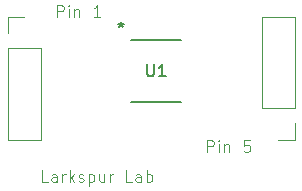
<source format=gbr>
%TF.GenerationSoftware,KiCad,Pcbnew,9.0.1*%
%TF.CreationDate,2025-07-19T07:10:27-04:00*%
%TF.ProjectId,MX25V5126FM1I,4d583235-5635-4313-9236-464d31492e6b,rev?*%
%TF.SameCoordinates,Original*%
%TF.FileFunction,Legend,Top*%
%TF.FilePolarity,Positive*%
%FSLAX46Y46*%
G04 Gerber Fmt 4.6, Leading zero omitted, Abs format (unit mm)*
G04 Created by KiCad (PCBNEW 9.0.1) date 2025-07-19 07:10:27*
%MOMM*%
%LPD*%
G01*
G04 APERTURE LIST*
%ADD10C,0.100000*%
%ADD11C,0.150000*%
%ADD12C,0.152400*%
%ADD13C,0.120000*%
G04 APERTURE END LIST*
D10*
X144290074Y-97662419D02*
X143813884Y-97662419D01*
X143813884Y-97662419D02*
X143813884Y-96662419D01*
X145051979Y-97662419D02*
X145051979Y-97138609D01*
X145051979Y-97138609D02*
X145004360Y-97043371D01*
X145004360Y-97043371D02*
X144909122Y-96995752D01*
X144909122Y-96995752D02*
X144718646Y-96995752D01*
X144718646Y-96995752D02*
X144623408Y-97043371D01*
X145051979Y-97614800D02*
X144956741Y-97662419D01*
X144956741Y-97662419D02*
X144718646Y-97662419D01*
X144718646Y-97662419D02*
X144623408Y-97614800D01*
X144623408Y-97614800D02*
X144575789Y-97519561D01*
X144575789Y-97519561D02*
X144575789Y-97424323D01*
X144575789Y-97424323D02*
X144623408Y-97329085D01*
X144623408Y-97329085D02*
X144718646Y-97281466D01*
X144718646Y-97281466D02*
X144956741Y-97281466D01*
X144956741Y-97281466D02*
X145051979Y-97233847D01*
X145528170Y-97662419D02*
X145528170Y-96995752D01*
X145528170Y-97186228D02*
X145575789Y-97090990D01*
X145575789Y-97090990D02*
X145623408Y-97043371D01*
X145623408Y-97043371D02*
X145718646Y-96995752D01*
X145718646Y-96995752D02*
X145813884Y-96995752D01*
X146147218Y-97662419D02*
X146147218Y-96662419D01*
X146242456Y-97281466D02*
X146528170Y-97662419D01*
X146528170Y-96995752D02*
X146147218Y-97376704D01*
X146909123Y-97614800D02*
X147004361Y-97662419D01*
X147004361Y-97662419D02*
X147194837Y-97662419D01*
X147194837Y-97662419D02*
X147290075Y-97614800D01*
X147290075Y-97614800D02*
X147337694Y-97519561D01*
X147337694Y-97519561D02*
X147337694Y-97471942D01*
X147337694Y-97471942D02*
X147290075Y-97376704D01*
X147290075Y-97376704D02*
X147194837Y-97329085D01*
X147194837Y-97329085D02*
X147051980Y-97329085D01*
X147051980Y-97329085D02*
X146956742Y-97281466D01*
X146956742Y-97281466D02*
X146909123Y-97186228D01*
X146909123Y-97186228D02*
X146909123Y-97138609D01*
X146909123Y-97138609D02*
X146956742Y-97043371D01*
X146956742Y-97043371D02*
X147051980Y-96995752D01*
X147051980Y-96995752D02*
X147194837Y-96995752D01*
X147194837Y-96995752D02*
X147290075Y-97043371D01*
X147766266Y-96995752D02*
X147766266Y-97995752D01*
X147766266Y-97043371D02*
X147861504Y-96995752D01*
X147861504Y-96995752D02*
X148051980Y-96995752D01*
X148051980Y-96995752D02*
X148147218Y-97043371D01*
X148147218Y-97043371D02*
X148194837Y-97090990D01*
X148194837Y-97090990D02*
X148242456Y-97186228D01*
X148242456Y-97186228D02*
X148242456Y-97471942D01*
X148242456Y-97471942D02*
X148194837Y-97567180D01*
X148194837Y-97567180D02*
X148147218Y-97614800D01*
X148147218Y-97614800D02*
X148051980Y-97662419D01*
X148051980Y-97662419D02*
X147861504Y-97662419D01*
X147861504Y-97662419D02*
X147766266Y-97614800D01*
X149099599Y-96995752D02*
X149099599Y-97662419D01*
X148671028Y-96995752D02*
X148671028Y-97519561D01*
X148671028Y-97519561D02*
X148718647Y-97614800D01*
X148718647Y-97614800D02*
X148813885Y-97662419D01*
X148813885Y-97662419D02*
X148956742Y-97662419D01*
X148956742Y-97662419D02*
X149051980Y-97614800D01*
X149051980Y-97614800D02*
X149099599Y-97567180D01*
X149575790Y-97662419D02*
X149575790Y-96995752D01*
X149575790Y-97186228D02*
X149623409Y-97090990D01*
X149623409Y-97090990D02*
X149671028Y-97043371D01*
X149671028Y-97043371D02*
X149766266Y-96995752D01*
X149766266Y-96995752D02*
X149861504Y-96995752D01*
X151432933Y-97662419D02*
X150956743Y-97662419D01*
X150956743Y-97662419D02*
X150956743Y-96662419D01*
X152194838Y-97662419D02*
X152194838Y-97138609D01*
X152194838Y-97138609D02*
X152147219Y-97043371D01*
X152147219Y-97043371D02*
X152051981Y-96995752D01*
X152051981Y-96995752D02*
X151861505Y-96995752D01*
X151861505Y-96995752D02*
X151766267Y-97043371D01*
X152194838Y-97614800D02*
X152099600Y-97662419D01*
X152099600Y-97662419D02*
X151861505Y-97662419D01*
X151861505Y-97662419D02*
X151766267Y-97614800D01*
X151766267Y-97614800D02*
X151718648Y-97519561D01*
X151718648Y-97519561D02*
X151718648Y-97424323D01*
X151718648Y-97424323D02*
X151766267Y-97329085D01*
X151766267Y-97329085D02*
X151861505Y-97281466D01*
X151861505Y-97281466D02*
X152099600Y-97281466D01*
X152099600Y-97281466D02*
X152194838Y-97233847D01*
X152671029Y-97662419D02*
X152671029Y-96662419D01*
X152671029Y-97043371D02*
X152766267Y-96995752D01*
X152766267Y-96995752D02*
X152956743Y-96995752D01*
X152956743Y-96995752D02*
X153051981Y-97043371D01*
X153051981Y-97043371D02*
X153099600Y-97090990D01*
X153099600Y-97090990D02*
X153147219Y-97186228D01*
X153147219Y-97186228D02*
X153147219Y-97471942D01*
X153147219Y-97471942D02*
X153099600Y-97567180D01*
X153099600Y-97567180D02*
X153051981Y-97614800D01*
X153051981Y-97614800D02*
X152956743Y-97662419D01*
X152956743Y-97662419D02*
X152766267Y-97662419D01*
X152766267Y-97662419D02*
X152671029Y-97614800D01*
X157783884Y-95122419D02*
X157783884Y-94122419D01*
X157783884Y-94122419D02*
X158164836Y-94122419D01*
X158164836Y-94122419D02*
X158260074Y-94170038D01*
X158260074Y-94170038D02*
X158307693Y-94217657D01*
X158307693Y-94217657D02*
X158355312Y-94312895D01*
X158355312Y-94312895D02*
X158355312Y-94455752D01*
X158355312Y-94455752D02*
X158307693Y-94550990D01*
X158307693Y-94550990D02*
X158260074Y-94598609D01*
X158260074Y-94598609D02*
X158164836Y-94646228D01*
X158164836Y-94646228D02*
X157783884Y-94646228D01*
X158783884Y-95122419D02*
X158783884Y-94455752D01*
X158783884Y-94122419D02*
X158736265Y-94170038D01*
X158736265Y-94170038D02*
X158783884Y-94217657D01*
X158783884Y-94217657D02*
X158831503Y-94170038D01*
X158831503Y-94170038D02*
X158783884Y-94122419D01*
X158783884Y-94122419D02*
X158783884Y-94217657D01*
X159260074Y-94455752D02*
X159260074Y-95122419D01*
X159260074Y-94550990D02*
X159307693Y-94503371D01*
X159307693Y-94503371D02*
X159402931Y-94455752D01*
X159402931Y-94455752D02*
X159545788Y-94455752D01*
X159545788Y-94455752D02*
X159641026Y-94503371D01*
X159641026Y-94503371D02*
X159688645Y-94598609D01*
X159688645Y-94598609D02*
X159688645Y-95122419D01*
X161402931Y-94122419D02*
X160926741Y-94122419D01*
X160926741Y-94122419D02*
X160879122Y-94598609D01*
X160879122Y-94598609D02*
X160926741Y-94550990D01*
X160926741Y-94550990D02*
X161021979Y-94503371D01*
X161021979Y-94503371D02*
X161260074Y-94503371D01*
X161260074Y-94503371D02*
X161355312Y-94550990D01*
X161355312Y-94550990D02*
X161402931Y-94598609D01*
X161402931Y-94598609D02*
X161450550Y-94693847D01*
X161450550Y-94693847D02*
X161450550Y-94931942D01*
X161450550Y-94931942D02*
X161402931Y-95027180D01*
X161402931Y-95027180D02*
X161355312Y-95074800D01*
X161355312Y-95074800D02*
X161260074Y-95122419D01*
X161260074Y-95122419D02*
X161021979Y-95122419D01*
X161021979Y-95122419D02*
X160926741Y-95074800D01*
X160926741Y-95074800D02*
X160879122Y-95027180D01*
X145083884Y-83692419D02*
X145083884Y-82692419D01*
X145083884Y-82692419D02*
X145464836Y-82692419D01*
X145464836Y-82692419D02*
X145560074Y-82740038D01*
X145560074Y-82740038D02*
X145607693Y-82787657D01*
X145607693Y-82787657D02*
X145655312Y-82882895D01*
X145655312Y-82882895D02*
X145655312Y-83025752D01*
X145655312Y-83025752D02*
X145607693Y-83120990D01*
X145607693Y-83120990D02*
X145560074Y-83168609D01*
X145560074Y-83168609D02*
X145464836Y-83216228D01*
X145464836Y-83216228D02*
X145083884Y-83216228D01*
X146083884Y-83692419D02*
X146083884Y-83025752D01*
X146083884Y-82692419D02*
X146036265Y-82740038D01*
X146036265Y-82740038D02*
X146083884Y-82787657D01*
X146083884Y-82787657D02*
X146131503Y-82740038D01*
X146131503Y-82740038D02*
X146083884Y-82692419D01*
X146083884Y-82692419D02*
X146083884Y-82787657D01*
X146560074Y-83025752D02*
X146560074Y-83692419D01*
X146560074Y-83120990D02*
X146607693Y-83073371D01*
X146607693Y-83073371D02*
X146702931Y-83025752D01*
X146702931Y-83025752D02*
X146845788Y-83025752D01*
X146845788Y-83025752D02*
X146941026Y-83073371D01*
X146941026Y-83073371D02*
X146988645Y-83168609D01*
X146988645Y-83168609D02*
X146988645Y-83692419D01*
X148750550Y-83692419D02*
X148179122Y-83692419D01*
X148464836Y-83692419D02*
X148464836Y-82692419D01*
X148464836Y-82692419D02*
X148369598Y-82835276D01*
X148369598Y-82835276D02*
X148274360Y-82930514D01*
X148274360Y-82930514D02*
X148179122Y-82978133D01*
D11*
X152717595Y-87719819D02*
X152717595Y-88529342D01*
X152717595Y-88529342D02*
X152765214Y-88624580D01*
X152765214Y-88624580D02*
X152812833Y-88672200D01*
X152812833Y-88672200D02*
X152908071Y-88719819D01*
X152908071Y-88719819D02*
X153098547Y-88719819D01*
X153098547Y-88719819D02*
X153193785Y-88672200D01*
X153193785Y-88672200D02*
X153241404Y-88624580D01*
X153241404Y-88624580D02*
X153289023Y-88529342D01*
X153289023Y-88529342D02*
X153289023Y-87719819D01*
X154289023Y-88719819D02*
X153717595Y-88719819D01*
X154003309Y-88719819D02*
X154003309Y-87719819D01*
X154003309Y-87719819D02*
X153908071Y-87862676D01*
X153908071Y-87862676D02*
X153812833Y-87957914D01*
X153812833Y-87957914D02*
X153717595Y-88005533D01*
X150495000Y-84113019D02*
X150495000Y-84351114D01*
X150256905Y-84255876D02*
X150495000Y-84351114D01*
X150495000Y-84351114D02*
X150733095Y-84255876D01*
X150352143Y-84541590D02*
X150495000Y-84351114D01*
X150495000Y-84351114D02*
X150637857Y-84541590D01*
X150495000Y-84113019D02*
X150495000Y-84351114D01*
X150256905Y-84255876D02*
X150495000Y-84351114D01*
X150495000Y-84351114D02*
X150733095Y-84255876D01*
X150352143Y-84541590D02*
X150495000Y-84351114D01*
X150495000Y-84351114D02*
X150637857Y-84541590D01*
D12*
%TO.C,U1*%
X151345900Y-90906600D02*
X155613100Y-90906600D01*
X155613100Y-85623400D02*
X151345900Y-85623400D01*
D13*
%TO.C,J2*%
X165210000Y-94090000D02*
X163830000Y-94090000D01*
X165210000Y-92710000D02*
X165210000Y-94090000D01*
X165210000Y-91440000D02*
X165210000Y-83710000D01*
X165210000Y-91440000D02*
X162450000Y-91440000D01*
X165210000Y-83710000D02*
X162450000Y-83710000D01*
X162450000Y-91440000D02*
X162450000Y-83710000D01*
%TO.C,J1*%
X140929900Y-83710000D02*
X142309900Y-83710000D01*
X140929900Y-85090000D02*
X140929900Y-83710000D01*
X140929900Y-86360000D02*
X140929900Y-94090000D01*
X140929900Y-86360000D02*
X143689900Y-86360000D01*
X140929900Y-94090000D02*
X143689900Y-94090000D01*
X143689900Y-86360000D02*
X143689900Y-94090000D01*
%TD*%
M02*

</source>
